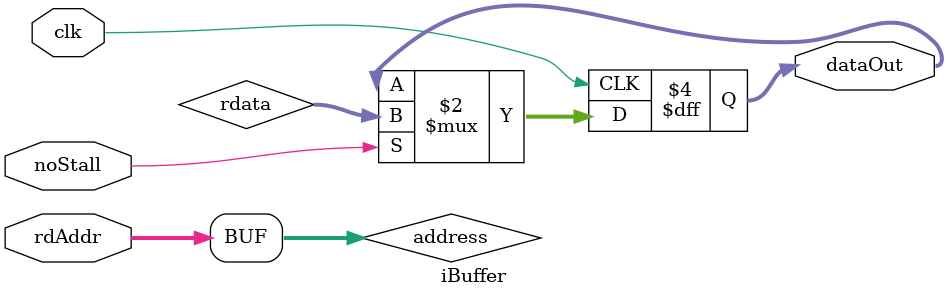
<source format=v>

`timescale 1ns/1ps
`ifdef FPGA
	`include "config.vh"
`endif

(* rom_extract = "yes" *)
module iBuffer #(
    parameter integer addrLen = 5,
	parameter integer dataLen = 32,
	parameter integer peId	= 1
	//parameter type	= "block"
)(
	clk,
	rdAddr,
	noStall,
	dataOut
);
	//--------------------------------------------------------------------------------------
	
	
	localparam integer unit = peId%10 + 'h30;
	localparam integer tens = peId/10%10 + 'h30;
  `ifdef FPGA
	  localparam init = {`COMPUTE_INST_INIT, "pe", tens, unit, ".txt"};
  `endif
  
  `ifdef SIMULATION
	  initial begin
		  $display ("%s", init);
	  end
  `endif

	//--------------------------------------------------------------------------------------
	input clk;
	input noStall;
	input[addrLen - 1: 0] rdAddr;
	output reg[dataLen - 1: 0] dataOut;

	//--------------------------------------------------------------------------------------
	reg[dataLen - 1: 0] mem	[0: (1 << addrLen) - 1];
	
	// ******************************************************************
	// Initialization
	// ******************************************************************
	`ifdef FPGA
    initial $readmemb (init, mem);
    wire     [dataLen-1:0]	rdata;
  
    assign rdata = mem[rdAddr];
  `else
    localparam DATA_WIDTH = dataLen;
    localparam DEPTH = (1<<addrLen);
    wire     [addrLen-1:0]        address;
    reg     [DATA_WIDTH-1:0]        rdata;

    assign address = rdAddr;

    // `include "instructions.v" // TODO
  `endif

	//-------------------------------------------------------------------------------------
 	always @(posedge clk) begin
 		if(noStall) dataOut <= rdata;
	end
	
endmodule

</source>
